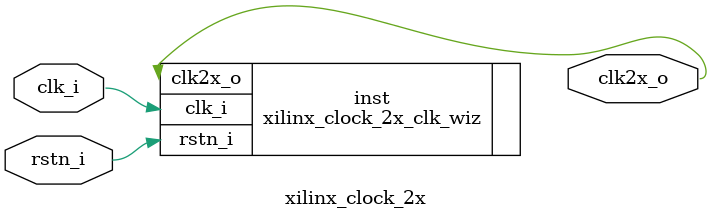
<source format=v>


`timescale 1ps/1ps

(* CORE_GENERATION_INFO = "xilinx_clock_2x,clk_wiz_v5_3_0,{component_name=xilinx_clock_2x,use_phase_alignment=true,use_min_o_jitter=false,use_max_i_jitter=false,use_dyn_phase_shift=false,use_inclk_switchover=false,use_dyn_reconfig=false,enable_axi=0,feedback_source=FDBK_AUTO,PRIMITIVE=MMCM,num_out_clk=1,clkin1_period=10.0,clkin2_period=10.0,use_power_down=false,use_reset=true,use_locked=false,use_inclk_stopped=false,feedback_type=SINGLE,CLOCK_MGR_TYPE=NA,manual_override=false}" *)

module xilinx_clock_2x 
 (
 // Clock in ports
  input         clk_i,
  // Clock out ports
  output        clk2x_o,
  // Status and control signals
  input         rstn_i
 );

  xilinx_clock_2x_clk_wiz inst
  (
 // Clock in ports
  .clk_i(clk_i),
  // Clock out ports  
  .clk2x_o(clk2x_o),
  // Status and control signals               
  .rstn_i(rstn_i) 
  );

endmodule

</source>
